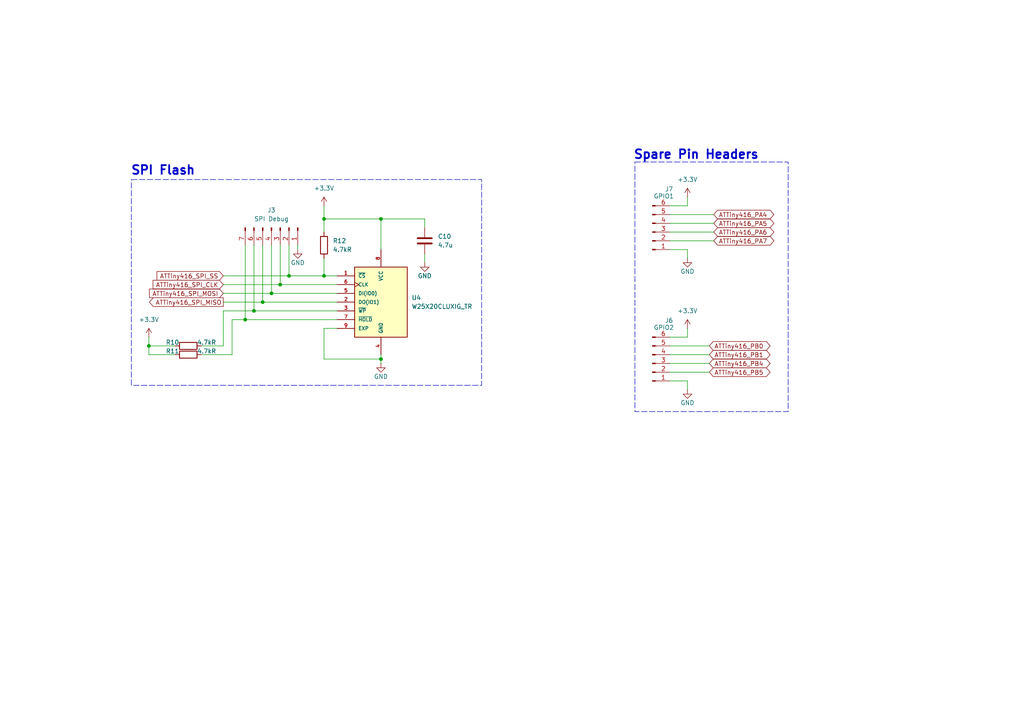
<source format=kicad_sch>
(kicad_sch (version 20231120) (generator "eeschema") (generator_version "8.0")
  (paper "A4")
  (title_block (title "ATTiny416 Development Board") (date "2025-02-09") (rev "1"))
  (lib_symbols
    (symbol "Connector:Conn_01x06_Pin" (pin_names (offset 1.016) hide)
      (property "Reference" "J" (at 0 7.62 0))
      (property "Value" "Conn_01x06_Pin" (at 0 -10.16 0))
      (symbol "Conn_01x06_Pin_1_1"
        (polyline (pts (xy 1.27 -7.62) (xy 0.8636 -7.62)) (stroke (width 0.1524)))
        (polyline (pts (xy 1.27 -5.08) (xy 0.8636 -5.08)) (stroke (width 0.1524)))
        (polyline (pts (xy 1.27 -2.54) (xy 0.8636 -2.54)) (stroke (width 0.1524)))
        (polyline (pts (xy 1.27 0) (xy 0.8636 0)) (stroke (width 0.1524)))
        (polyline (pts (xy 1.27 2.54) (xy 0.8636 2.54)) (stroke (width 0.1524)))
        (polyline (pts (xy 1.27 5.08) (xy 0.8636 5.08)) (stroke (width 0.1524)))
        (rectangle (start 0.8636 -7.493) (end 0 -7.747) (stroke (width 0.1524)) (fill (type outline)))
        (rectangle (start 0.8636 -4.953) (end 0 -5.207) (stroke (width 0.1524)) (fill (type outline)))
        (rectangle (start 0.8636 -2.413) (end 0 -2.667) (stroke (width 0.1524)) (fill (type outline)))
        (rectangle (start 0.8636 0.127) (end 0 -0.127) (stroke (width 0.1524)) (fill (type outline)))
        (rectangle (start 0.8636 2.667) (end 0 2.413) (stroke (width 0.1524)) (fill (type outline)))
        (rectangle (start 0.8636 5.207) (end 0 4.953) (stroke (width 0.1524)) (fill (type outline)))
        (pin passive line (at 5.08 5.08 180) (length 3.81) (name "Pin_1") (number "1"))
        (pin passive line (at 5.08 2.54 180) (length 3.81) (name "Pin_2") (number "2"))
        (pin passive line (at 5.08 0 180) (length 3.81) (name "Pin_3") (number "3"))
        (pin passive line (at 5.08 -2.54 180) (length 3.81) (name "Pin_4") (number "4"))
        (pin passive line (at 5.08 -5.08 180) (length 3.81) (name "Pin_5") (number "5"))
        (pin passive line (at 5.08 -7.62 180) (length 3.81) (name "Pin_6") (number "6"))
      )
    )
    (symbol "Connector:Conn_01x07_Pin" (pin_names (offset 1.016) hide)
      (property "Reference" "J" (at 0 10.16 0))
      (property "Value" "Conn_01x07_Pin" (at 0 -10.16 0))
      (symbol "Conn_01x07_Pin_1_1"
        (polyline (pts (xy 1.27 -7.62) (xy 0.8636 -7.62)) (stroke (width 0.1524)))
        (polyline (pts (xy 1.27 -5.08) (xy 0.8636 -5.08)) (stroke (width 0.1524)))
        (polyline (pts (xy 1.27 -2.54) (xy 0.8636 -2.54)) (stroke (width 0.1524)))
        (polyline (pts (xy 1.27 0) (xy 0.8636 0)) (stroke (width 0.1524)))
        (polyline (pts (xy 1.27 2.54) (xy 0.8636 2.54)) (stroke (width 0.1524)))
        (polyline (pts (xy 1.27 5.08) (xy 0.8636 5.08)) (stroke (width 0.1524)))
        (polyline (pts (xy 1.27 7.62) (xy 0.8636 7.62)) (stroke (width 0.1524)))
        (rectangle (start 0.8636 -7.493) (end 0 -7.747) (stroke (width 0.1524)) (fill (type outline)))
        (rectangle (start 0.8636 -4.953) (end 0 -5.207) (stroke (width 0.1524)) (fill (type outline)))
        (rectangle (start 0.8636 -2.413) (end 0 -2.667) (stroke (width 0.1524)) (fill (type outline)))
        (rectangle (start 0.8636 0.127) (end 0 -0.127) (stroke (width 0.1524)) (fill (type outline)))
        (rectangle (start 0.8636 2.667) (end 0 2.413) (stroke (width 0.1524)) (fill (type outline)))
        (rectangle (start 0.8636 5.207) (end 0 4.953) (stroke (width 0.1524)) (fill (type outline)))
        (rectangle (start 0.8636 7.747) (end 0 7.493) (stroke (width 0.1524)) (fill (type outline)))
        (pin passive line (at 5.08 7.62 180) (length 3.81) (name "Pin_1") (number "1"))
        (pin passive line (at 5.08 5.08 180) (length 3.81) (name "Pin_2") (number "2"))
        (pin passive line (at 5.08 2.54 180) (length 3.81) (name "Pin_3") (number "3"))
        (pin passive line (at 5.08 0 180) (length 3.81) (name "Pin_4") (number "4"))
        (pin passive line (at 5.08 -2.54 180) (length 3.81) (name "Pin_5") (number "5"))
        (pin passive line (at 5.08 -5.08 180) (length 3.81) (name "Pin_6") (number "6"))
        (pin passive line (at 5.08 -7.62 180) (length 3.81) (name "Pin_7") (number "7"))
      )
    )
    (symbol "Device:C" (pin_numbers hide) (pin_names (offset 0.254))
      (property "Reference" "C" (at 0.635 2.54 0))
      (property "Value" "C" (at 0.635 -2.54 0))
      (symbol "C_0_1"
        (polyline (pts (xy -2.032 -0.762) (xy 2.032 -0.762)) (stroke (width 0.508)))
        (polyline (pts (xy -2.032 0.762) (xy 2.032 0.762)) (stroke (width 0.508)))
      )
      (symbol "C_1_1"
        (pin passive line (at 0 3.81 270) (length 2.794) (name "~") (number "1"))
        (pin passive line (at 0 -3.81 90) (length 2.794) (name "~") (number "2"))
      )
    )
    (symbol "Device:R" (pin_numbers hide) (pin_names (offset 0))
      (property "Reference" "R" (at 2.032 0 90))
      (property "Value" "R" (at 0 0 90))
      (symbol "R_0_1"
        (rectangle (start -1.016 -2.54) (end 1.016 2.54) (stroke (width 0.254)))
      )
      (symbol "R_1_1"
        (pin passive line (at 0 3.81 270) (length 1.27) (name "~") (number "1"))
        (pin passive line (at 0 -3.81 90) (length 1.27) (name "~") (number "2"))
      )
    )
    (symbol "W25X20CLUXIG_TR:W25X20CLUXIG_TR" (pin_names (offset 1.016))
      (property "Reference" "U" (at -16.256 21.844 0))
      (property "Value" "W25X20CLUXIG_TR" (at 5.588 14.986 0))
      (symbol "W25X20CLUXIG_TR_0_0"
        (rectangle (start -12.7 7.62) (end 2.54 -12.7) (stroke (width 0.254)) (fill (type background)))
        (pin input line (at -17.78 5.08 0) (length 5.08) (name "~{CS}") (number "1"))
        (pin bidirectional line (at -17.78 -2.54 0) (length 5.08) (name "DO(IO1)") (number "2"))
        (pin input line (at -17.78 -5.08 0) (length 5.08) (name "~{WP}") (number "3"))
        (pin power_in line (at -5.08 -17.78 90) (length 5.08) (name "GND") (number "4"))
        (pin bidirectional line (at -17.78 0 0) (length 5.08) (name "DI(IO0)") (number "5"))
        (pin input clock (at -17.78 2.54 0) (length 5.08) (name "CLK") (number "6"))
        (pin input line (at -17.78 -7.62 0) (length 5.08) (name "~{HOLD}") (number "7"))
        (pin power_in line (at -5.08 12.7 270) (length 5.08) (name "VCC") (number "8"))
        (pin passive line (at -17.78 -10.16 0) (length 5.08) (name "EXP") (number "9"))
      )
    )
    (symbol "power:+3.3V" (power) (pin_numbers hide) (pin_names (offset 0) hide)
      (property "Value" "+3.3V" (at 0 3.556 0))
      (symbol "+3.3V_0_1"
        (polyline (pts (xy -0.762 1.27) (xy 0 2.54)))
        (polyline (pts (xy 0 0) (xy 0 2.54)))
        (polyline (pts (xy 0 2.54) (xy 0.762 1.27)))
      )
      (symbol "+3.3V_1_1"
        (pin power_in line (at 0 0 90) (length 0) (name "~") (number "1"))
      )
    )
    (symbol "power:GND" (power) (pin_numbers hide) (pin_names (offset 0) hide)
      (property "Value" "GND" (at 0 -3.81 0))
      (symbol "GND_0_1"
        (polyline (pts (xy 0 0) (xy 0 -1.27) (xy 1.27 -1.27) (xy 0 -2.54) (xy -1.27 -1.27) (xy 0 -1.27)))
      )
      (symbol "GND_1_1"
        (pin power_in line (at 0 0 270) (length 0) (name "~") (number "1"))
      )
    )
  )
  (junction (at 93.98 80.01))
  (junction (at 110.49 104.14))
  (junction (at 78.74 85.09))
  (junction (at 71.12 92.71))
  (junction (at 83.82 80.01))
  (junction (at 73.66 90.17))
  (junction (at 81.28 82.55))
  (junction (at 43.18 100.33))
  (junction (at 93.98 63.5))
  (junction (at 110.49 63.5))
  (junction (at 76.2 87.63))
  (wire (pts (xy 194.31 67.31) (xy 207.01 67.31)))
  (wire (pts (xy 93.98 104.14) (xy 110.49 104.14)))
  (wire (pts (xy 93.98 63.5) (xy 110.49 63.5)))
  (wire (pts (xy 199.39 95.25) (xy 199.39 97.79)))
  (wire (pts (xy 199.39 57.15) (xy 199.39 59.69)))
  (wire (pts (xy 194.31 72.39) (xy 199.39 72.39)))
  (wire (pts (xy 71.12 71.12) (xy 71.12 92.71)))
  (wire (pts (xy 64.77 87.63) (xy 76.2 87.63)))
  (wire (pts (xy 110.49 102.87) (xy 110.49 104.14)))
  (wire (pts (xy 78.74 85.09) (xy 97.79 85.09)))
  (wire (pts (xy 71.12 92.71) (xy 97.79 92.71)))
  (wire (pts (xy 93.98 95.25) (xy 93.98 104.14)))
  (wire (pts (xy 67.31 102.87) (xy 67.31 92.71)))
  (wire (pts (xy 194.31 110.49) (xy 199.39 110.49)))
  (wire (pts (xy 64.77 82.55) (xy 81.28 82.55)))
  (wire (pts (xy 199.39 72.39) (xy 199.39 74.93)))
  (wire (pts (xy 194.31 107.95) (xy 205.74 107.95)))
  (wire (pts (xy 67.31 92.71) (xy 71.12 92.71)))
  (wire (pts (xy 73.66 71.12) (xy 73.66 90.17)))
  (wire (pts (xy 76.2 87.63) (xy 97.79 87.63)))
  (wire (pts (xy 194.31 100.33) (xy 205.74 100.33)))
  (wire (pts (xy 110.49 63.5) (xy 110.49 72.39)))
  (wire (pts (xy 73.66 90.17) (xy 97.79 90.17)))
  (wire (pts (xy 194.31 64.77) (xy 207.01 64.77)))
  (wire (pts (xy 199.39 110.49) (xy 199.39 113.03)))
  (wire (pts (xy 93.98 74.93) (xy 93.98 80.01)))
  (wire (pts (xy 83.82 71.12) (xy 83.82 80.01)))
  (wire (pts (xy 199.39 97.79) (xy 194.31 97.79)))
  (wire (pts (xy 64.77 90.17) (xy 73.66 90.17)))
  (wire (pts (xy 50.8 100.33) (xy 43.18 100.33)))
  (wire (pts (xy 81.28 82.55) (xy 97.79 82.55)))
  (wire (pts (xy 199.39 59.69) (xy 194.31 59.69)))
  (wire (pts (xy 81.28 71.12) (xy 81.28 82.55)))
  (wire (pts (xy 78.74 71.12) (xy 78.74 85.09)))
  (wire (pts (xy 83.82 80.01) (xy 93.98 80.01)))
  (wire (pts (xy 194.31 62.23) (xy 207.01 62.23)))
  (wire (pts (xy 97.79 95.25) (xy 93.98 95.25)))
  (wire (pts (xy 64.77 100.33) (xy 64.77 90.17)))
  (wire (pts (xy 194.31 69.85) (xy 207.01 69.85)))
  (wire (pts (xy 76.2 71.12) (xy 76.2 87.63)))
  (wire (pts (xy 64.77 85.09) (xy 78.74 85.09)))
  (wire (pts (xy 64.77 80.01) (xy 83.82 80.01)))
  (wire (pts (xy 123.19 73.66) (xy 123.19 76.2)))
  (wire (pts (xy 123.19 63.5) (xy 123.19 66.04)))
  (wire (pts (xy 43.18 97.79) (xy 43.18 100.33)))
  (wire (pts (xy 93.98 59.69) (xy 93.98 63.5)))
  (wire (pts (xy 58.42 102.87) (xy 67.31 102.87)))
  (wire (pts (xy 58.42 100.33) (xy 64.77 100.33)))
  (wire (pts (xy 43.18 100.33) (xy 43.18 102.87)))
  (wire (pts (xy 194.31 105.41) (xy 205.74 105.41)))
  (wire (pts (xy 93.98 80.01) (xy 97.79 80.01)))
  (wire (pts (xy 194.31 102.87) (xy 205.74 102.87)))
  (wire (pts (xy 110.49 63.5) (xy 123.19 63.5)))
  (wire (pts (xy 93.98 63.5) (xy 93.98 67.31)))
  (wire (pts (xy 110.49 104.14) (xy 110.49 105.41)))
  (wire (pts (xy 86.36 71.12) (xy 86.36 72.39)))
  (wire (pts (xy 43.18 102.87) (xy 50.8 102.87)))
  (rectangle (start 184.15 46.99) (end 228.6 119.38) (stroke (width 0) (type dash)))
  (rectangle (start 38.1 52.07) (end 139.7 111.76) (stroke (width 0) (type dash)))
  (text "Spare Pin Headers" (at 183.642 44.958 0) (effects (font (size 2.54 2.54) (thickness 0.508) (bold yes)) (justify left)))
  (text "SPI Flash" (at 37.846 49.53 0) (effects (font (size 2.54 2.54) (thickness 0.508) (bold yes)) (justify left)))
  (global_label "ATTiny416_PB5" (shape bidirectional) (at 205.74 107.95 0) (property "Intersheetrefs" "${INTERSHEET_REFS}" (effects (hide yes))))
  (global_label "ATTiny416_PA7" (shape bidirectional) (at 207.01 69.85 0) (property "Intersheetrefs" "${INTERSHEET_REFS}" (effects (hide yes))))
  (global_label "ATTiny416_PA5" (shape bidirectional) (at 207.01 64.77 0) (property "Intersheetrefs" "${INTERSHEET_REFS}" (effects (hide yes))))
  (global_label "ATTiny416_PA6" (shape bidirectional) (at 207.01 67.31 0) (property "Intersheetrefs" "${INTERSHEET_REFS}" (effects (hide yes))))
  (global_label "ATTiny416_PB1" (shape bidirectional) (at 205.74 102.87 0) (property "Intersheetrefs" "${INTERSHEET_REFS}" (effects (hide yes))))
  (global_label "ATTiny416_SPI_MISO" (shape output) (at 64.77 87.63 180) (property "Intersheetrefs" "${INTERSHEET_REFS}" (effects (hide yes))))
  (global_label "ATTiny416_PA4" (shape bidirectional) (at 207.01 62.23 0) (property "Intersheetrefs" "${INTERSHEET_REFS}" (effects (hide yes))))
  (global_label "ATTiny416_PB0" (shape bidirectional) (at 205.74 100.33 0) (property "Intersheetrefs" "${INTERSHEET_REFS}" (effects (hide yes))))
  (global_label "ATTiny416_SPI_MOSI" (shape input) (at 64.77 85.09 180) (property "Intersheetrefs" "${INTERSHEET_REFS}" (effects (hide yes))))
  (global_label "ATTiny416_SPI_SS" (shape input) (at 64.77 80.01 180) (property "Intersheetrefs" "${INTERSHEET_REFS}" (effects (hide yes))))
  (global_label "ATTiny416_SPI_CLK" (shape input) (at 64.77 82.55 180) (property "Intersheetrefs" "${INTERSHEET_REFS}" (effects (hide yes))))
  (global_label "ATTiny416_PB4" (shape bidirectional) (at 205.74 105.41 0) (property "Intersheetrefs" "${INTERSHEET_REFS}" (effects (hide yes))))
  (symbol (lib_id "Connector:Conn_01x07_Pin") (at 78.74 66.04 270) (unit 1)
    (property "Reference" "J3" (at 78.74 60.96 90))
    (property "Value" "SPI Debug" (at 78.74 63.5 90))
    (property "Footprint" "Connector_PinHeader_2.54mm:PinHeader_1x07_P2.54mm_Vertical" (effects (hide yes)))
    (property "Description" "Generic connector, single row, 01x07, script generated" (effects (hide yes)))
  )
  (symbol (lib_id "W25X20CLUXIG_TR:W25X20CLUXIG_TR") (at 115.57 85.09 0) (unit 1)
    (property "Reference" "U4" (at 119.38 86.3599 0) (effects (justify left)))
    (property "Value" "W25X20CLUXIG_TR" (at 119.38 88.8999 0) (effects (justify left)))
    (property "Footprint" "W25X20CLUXIG TR:W25X20CLUXIG TR" (effects (hide yes)))
    (property "MANUFACTURER" "Winbond Electronics Corp." (effects (hide yes)))
  )
  (symbol (lib_id "power:+3.3V") (at 199.39 95.25 0) (mirror y) (unit 1)
    (property "Reference" "#PWR032" (effects (hide yes)))
    (property "Value" "+3.3V" (at 199.39 90.17 0))
    (property "Description" "Power symbol creates a global label with name \"+3.3V\"" (effects (hide yes)))
  )
  (symbol (lib_id "power:GND") (at 110.49 105.41 0) (unit 1)
    (property "Reference" "#PWR022" (effects (hide yes)))
    (property "Value" "GND" (at 110.49 109.22 0))
    (property "Description" "Power symbol creates a global label with name \"GND\" , ground" (effects (hide yes)))
  )
  (symbol (lib_id "power:GND") (at 123.19 76.2 0) (unit 1)
    (property "Reference" "#PWR023" (effects (hide yes)))
    (property "Value" "GND" (at 123.19 80.01 0))
    (property "Description" "Power symbol creates a global label with name \"GND\" , ground" (effects (hide yes)))
  )
  (symbol (lib_id "power:+3.3V") (at 93.98 59.69 0) (mirror y) (unit 1)
    (property "Reference" "#PWR021" (effects (hide yes)))
    (property "Value" "+3.3V" (at 93.98 54.61 0))
    (property "Description" "Power symbol creates a global label with name \"+3.3V\"" (effects (hide yes)))
  )
  (symbol (lib_id "Connector:Conn_01x06_Pin") (at 189.23 105.41 0) (mirror x) (unit 1)
    (property "Reference" "J6" (at 194.056 92.964 0))
    (property "Value" "GPIO2" (at 192.532 94.996 0))
    (property "Footprint" "Connector_PinHeader_2.54mm:PinHeader_1x06_P2.54mm_Vertical" (effects (hide yes)))
    (property "Description" "Generic connector, single row, 01x06, script generated" (effects (hide yes)))
  )
  (symbol (lib_id "power:GND") (at 199.39 74.93 0) (unit 1)
    (property "Reference" "#PWR035" (effects (hide yes)))
    (property "Value" "GND" (at 199.39 78.74 0))
    (property "Description" "Power symbol creates a global label with name \"GND\" , ground" (effects (hide yes)))
  )
  (symbol (lib_id "Device:C") (at 123.19 69.85 0) (unit 1)
    (property "Reference" "C10" (at 127 68.5799 0) (effects (justify left)))
    (property "Value" "4.7u" (at 127 71.1199 0) (effects (justify left)))
    (property "Footprint" "Capacitor_SMD:C_0805_2012Metric_Pad1.18x1.45mm_HandSolder" (effects (hide yes)))
    (property "Description" "Unpolarized capacitor" (effects (hide yes)))
  )
  (symbol (lib_id "Connector:Conn_01x06_Pin") (at 189.23 67.31 0) (mirror x) (unit 1)
    (property "Reference" "J7" (at 194.056 54.864 0))
    (property "Value" "GPIO1" (at 192.532 56.896 0))
    (property "Footprint" "Connector_PinHeader_2.54mm:PinHeader_1x06_P2.54mm_Vertical" (effects (hide yes)))
    (property "Description" "Generic connector, single row, 01x06, script generated" (effects (hide yes)))
  )
  (symbol (lib_id "Device:R") (at 54.61 100.33 90) (unit 1)
    (property "Reference" "R10" (at 50.038 99.314 90))
    (property "Value" "4.7kR" (at 59.944 99.314 90))
    (property "Footprint" "Resistor_SMD:R_0805_2012Metric_Pad1.20x1.40mm_HandSolder" (effects (hide yes)))
    (property "Description" "Resistor" (effects (hide yes)))
  )
  (symbol (lib_id "power:GND") (at 199.39 113.03 0) (unit 1)
    (property "Reference" "#PWR033" (effects (hide yes)))
    (property "Value" "GND" (at 199.39 116.84 0))
    (property "Description" "Power symbol creates a global label with name \"GND\" , ground" (effects (hide yes)))
  )
  (symbol (lib_id "power:GND") (at 86.36 72.39 0) (unit 1)
    (property "Reference" "#PWR020" (effects (hide yes)))
    (property "Value" "GND" (at 86.36 76.2 0))
    (property "Description" "Power symbol creates a global label with name \"GND\" , ground" (effects (hide yes)))
  )
  (symbol (lib_id "power:+3.3V") (at 199.39 57.15 0) (mirror y) (unit 1)
    (property "Reference" "#PWR034" (effects (hide yes)))
    (property "Value" "+3.3V" (at 199.39 52.07 0))
    (property "Description" "Power symbol creates a global label with name \"+3.3V\"" (effects (hide yes)))
  )
  (symbol (lib_id "Device:R") (at 54.61 102.87 90) (unit 1)
    (property "Reference" "R11" (at 50.038 101.854 90))
    (property "Value" "4.7kR" (at 59.944 101.854 90))
    (property "Footprint" "Resistor_SMD:R_0805_2012Metric_Pad1.20x1.40mm_HandSolder" (effects (hide yes)))
    (property "Description" "Resistor" (effects (hide yes)))
  )
  (symbol (lib_id "Device:R") (at 93.98 71.12 0) (unit 1)
    (property "Reference" "R12" (at 96.52 69.8499 0) (effects (justify left)))
    (property "Value" "4.7kR" (at 96.52 72.3899 0) (effects (justify left)))
    (property "Footprint" "Resistor_SMD:R_0805_2012Metric_Pad1.20x1.40mm_HandSolder" (effects (hide yes)))
    (property "Description" "Resistor" (effects (hide yes)))
  )
  (symbol (lib_id "power:+3.3V") (at 43.18 97.79 0) (mirror y) (unit 1)
    (property "Reference" "#PWR019" (effects (hide yes)))
    (property "Value" "+3.3V" (at 43.18 92.71 0))
    (property "Description" "Power symbol creates a global label with name \"+3.3V\"" (effects (hide yes)))
  )
)
</source>
